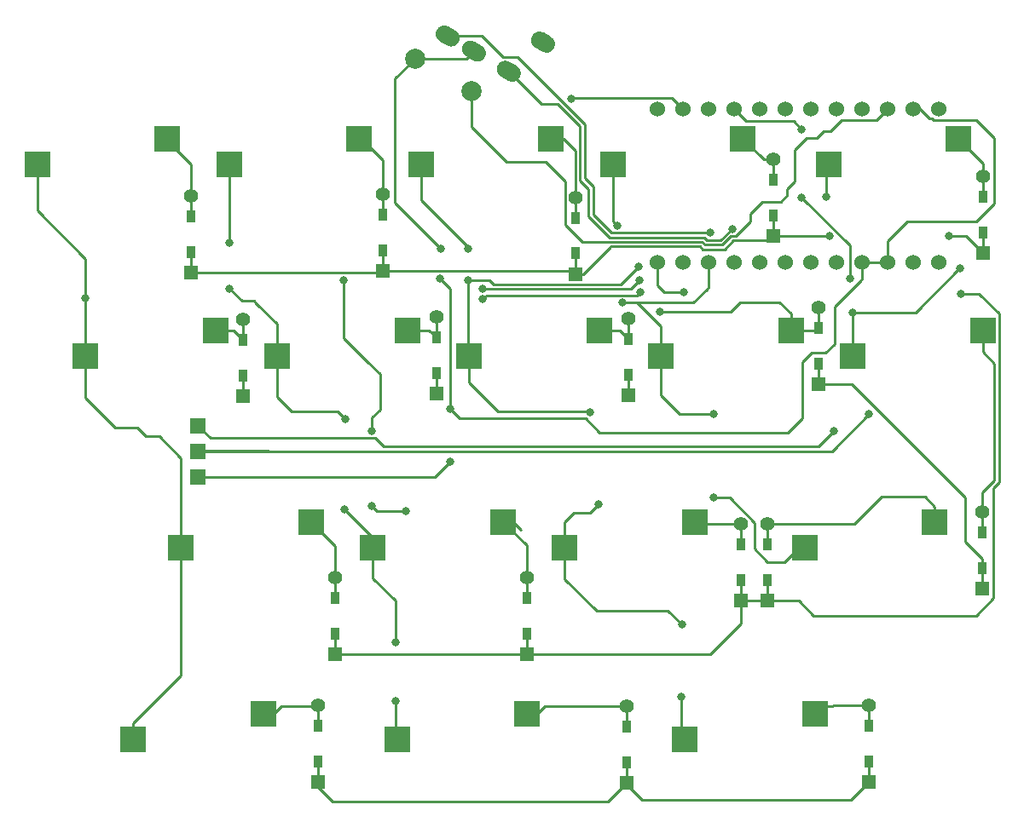
<source format=gbr>
G04 #@! TF.GenerationSoftware,KiCad,Pcbnew,(5.1.6-0-10_14)*
G04 #@! TF.CreationDate,2022-05-29T14:18:20+09:00*
G04 #@! TF.ProjectId,cool936,636f6f6c-3933-4362-9e6b-696361645f70,rev?*
G04 #@! TF.SameCoordinates,Original*
G04 #@! TF.FileFunction,Copper,L2,Bot*
G04 #@! TF.FilePolarity,Positive*
%FSLAX46Y46*%
G04 Gerber Fmt 4.6, Leading zero omitted, Abs format (unit mm)*
G04 Created by KiCad (PCBNEW (5.1.6-0-10_14)) date 2022-05-29 14:18:20*
%MOMM*%
%LPD*%
G01*
G04 APERTURE LIST*
G04 #@! TA.AperFunction,SMDPad,CuDef*
%ADD10R,2.550000X2.500000*%
G04 #@! TD*
G04 #@! TA.AperFunction,SMDPad,CuDef*
%ADD11R,1.524000X1.524000*%
G04 #@! TD*
G04 #@! TA.AperFunction,SMDPad,CuDef*
%ADD12R,0.950000X1.300000*%
G04 #@! TD*
G04 #@! TA.AperFunction,ComponentPad*
%ADD13R,1.397000X1.397000*%
G04 #@! TD*
G04 #@! TA.AperFunction,ComponentPad*
%ADD14C,1.397000*%
G04 #@! TD*
G04 #@! TA.AperFunction,ComponentPad*
%ADD15C,2.000000*%
G04 #@! TD*
G04 #@! TA.AperFunction,ComponentPad*
%ADD16C,1.524000*%
G04 #@! TD*
G04 #@! TA.AperFunction,ViaPad*
%ADD17C,0.800000*%
G04 #@! TD*
G04 #@! TA.AperFunction,Conductor*
%ADD18C,0.250000*%
G04 #@! TD*
G04 APERTURE END LIST*
D10*
X173890000Y2540000D03*
X186817000Y5080000D03*
X231040000Y2540000D03*
X243967000Y5080000D03*
D11*
X189870000Y-28520000D03*
X189870000Y-25980000D03*
X189870000Y-23440000D03*
D10*
X207227500Y-35560000D03*
X220154500Y-33020000D03*
X238183500Y-54610000D03*
X251110500Y-52070000D03*
X250090500Y-35560000D03*
X263017500Y-33020000D03*
X209609000Y-54610000D03*
X222536000Y-52070000D03*
X254852500Y-16510000D03*
X267779500Y-13970000D03*
X211990000Y2540000D03*
X224917000Y5080000D03*
X178652500Y-16510000D03*
X191579500Y-13970000D03*
D12*
X246980000Y985000D03*
X246980000Y-2565000D03*
D13*
X246980000Y-4600000D03*
D14*
X246980000Y3020000D03*
D12*
X243780000Y-35275000D03*
X243780000Y-38825000D03*
D13*
X243780000Y-40860000D03*
D14*
X243780000Y-33240000D03*
D12*
X201760000Y-53315000D03*
X201760000Y-56865000D03*
D13*
X201760000Y-58900000D03*
D14*
X201760000Y-51280000D03*
D12*
X232570000Y-14835000D03*
X232570000Y-18385000D03*
D13*
X232570000Y-20420000D03*
D14*
X232570000Y-12800000D03*
D10*
X252470999Y2540000D03*
X265397999Y5080000D03*
X216752500Y-16510000D03*
X229679500Y-13970000D03*
D12*
X189180000Y-2645000D03*
X189180000Y-6195000D03*
D13*
X189180000Y-8230000D03*
D14*
X189180000Y-610000D03*
D12*
X251440000Y-13735000D03*
X251440000Y-17285000D03*
D13*
X251440000Y-19320000D03*
D14*
X251440000Y-11700000D03*
D12*
X267750000Y-34045000D03*
X267750000Y-37595000D03*
D13*
X267750000Y-39630000D03*
D14*
X267750000Y-32010000D03*
D12*
X256480000Y-53300000D03*
X256480000Y-56850000D03*
D13*
X256480000Y-58885000D03*
D14*
X256480000Y-51265000D03*
X232390000Y-51330000D03*
D13*
X232390000Y-58950000D03*
D12*
X232390000Y-56915000D03*
X232390000Y-53365000D03*
X208240000Y-2515000D03*
X208240000Y-6065000D03*
D13*
X208240000Y-8100000D03*
D14*
X208240000Y-480000D03*
D15*
X217014583Y9775000D03*
X211385417Y13025000D03*
D16*
X263438000Y-7201400D03*
X260898000Y-7201400D03*
X258358000Y-7201400D03*
X255818000Y-7201400D03*
X253278000Y-7201400D03*
X250738000Y-7201400D03*
X248198000Y-7201400D03*
X245658000Y-7201400D03*
X243118000Y-7201400D03*
X240578000Y-7201400D03*
X238038000Y-7201400D03*
X235498000Y-7201400D03*
X235498000Y8018600D03*
X238038000Y8018600D03*
X240578000Y8018600D03*
X243118000Y8018600D03*
X245658000Y8018600D03*
X248198000Y8018600D03*
X250738000Y8018600D03*
X253278000Y8018600D03*
X255818000Y8018600D03*
X258358000Y8018600D03*
X260898000Y8018600D03*
X263438000Y8018600D03*
D10*
X192940000Y2540000D03*
X205867000Y5080000D03*
X226277500Y-35560000D03*
X239204500Y-33020000D03*
X183415000Y-54610000D03*
X196342000Y-52070000D03*
X197702500Y-16510000D03*
X210629500Y-13970000D03*
X188177500Y-35560000D03*
X201104500Y-33020000D03*
X235802500Y-16510000D03*
X248729500Y-13970000D03*
D12*
X246430000Y-35275000D03*
X246430000Y-38825000D03*
D13*
X246430000Y-40860000D03*
D14*
X246430000Y-33240000D03*
D12*
X194340000Y-14935000D03*
X194340000Y-18485000D03*
D13*
X194340000Y-20520000D03*
D14*
X194340000Y-12900000D03*
D12*
X222500000Y-40595000D03*
X222500000Y-44145000D03*
D13*
X222500000Y-46180000D03*
D14*
X222500000Y-38560000D03*
D12*
X203500000Y-40565000D03*
X203500000Y-44115000D03*
D13*
X203500000Y-46150000D03*
D14*
X203500000Y-38530000D03*
G04 #@! TA.AperFunction,ComponentPad*
G36*
G01*
X224187690Y15604775D02*
X224880510Y15204775D01*
G75*
G02*
X225191632Y14043653I-425000J-736122D01*
G01*
X225191632Y14043653D01*
G75*
G02*
X224030510Y13732531I-736122J425000D01*
G01*
X223337690Y14132531D01*
G75*
G02*
X223026568Y15293653I425000J736122D01*
G01*
X223026568Y15293653D01*
G75*
G02*
X224187690Y15604775I736122J-425000D01*
G01*
G37*
G04 #@! TD.AperFunction*
G04 #@! TA.AperFunction,ComponentPad*
G36*
G01*
X220788652Y12717469D02*
X221481472Y12317469D01*
G75*
G02*
X221792594Y11156347I-425000J-736122D01*
G01*
X221792594Y11156347D01*
G75*
G02*
X220631472Y10845225I-736122J425000D01*
G01*
X219938652Y11245225D01*
G75*
G02*
X219627530Y12406347I425000J736122D01*
G01*
X219627530Y12406347D01*
G75*
G02*
X220788652Y12717469I736122J-425000D01*
G01*
G37*
G04 #@! TD.AperFunction*
G04 #@! TA.AperFunction,ComponentPad*
G36*
G01*
X217324550Y14717469D02*
X218017370Y14317469D01*
G75*
G02*
X218328492Y13156347I-425000J-736122D01*
G01*
X218328492Y13156347D01*
G75*
G02*
X217167370Y12845225I-736122J425000D01*
G01*
X216474550Y13245225D01*
G75*
G02*
X216163428Y14406347I425000J736122D01*
G01*
X216163428Y14406347D01*
G75*
G02*
X217324550Y14717469I736122J-425000D01*
G01*
G37*
G04 #@! TD.AperFunction*
G04 #@! TA.AperFunction,ComponentPad*
G36*
G01*
X214726474Y16217469D02*
X215419294Y15817469D01*
G75*
G02*
X215730416Y14656347I-425000J-736122D01*
G01*
X215730416Y14656347D01*
G75*
G02*
X214569294Y14345225I-736122J425000D01*
G01*
X213876474Y14745225D01*
G75*
G02*
X213565352Y15906347I425000J736122D01*
G01*
X213565352Y15906347D01*
G75*
G02*
X214726474Y16217469I736122J-425000D01*
G01*
G37*
G04 #@! TD.AperFunction*
D12*
X213520000Y-14705000D03*
X213520000Y-18255000D03*
D13*
X213520000Y-20290000D03*
D14*
X213520000Y-12670000D03*
D12*
X227340000Y-2775000D03*
X227340000Y-6325000D03*
D13*
X227340000Y-8360000D03*
D14*
X227340000Y-740000D03*
D12*
X267830000Y-705000D03*
X267830000Y-4255000D03*
D13*
X267830000Y-6290000D03*
D14*
X267830000Y1330000D03*
D17*
X235760000Y-12140000D03*
X252550000Y-4600000D03*
X264420000Y-4600000D03*
X254570000Y-8840000D03*
X265610000Y-10320000D03*
X249791501Y-768499D03*
X249780000Y6020000D03*
X207080000Y-31419999D03*
X204310000Y-8955000D03*
X210460000Y-31950000D03*
X226890000Y9060000D03*
X207080000Y-23960000D03*
X214900000Y-27000000D03*
X214860000Y-21770000D03*
X213860000Y-8840000D03*
X213940000Y-5850000D03*
X242880000Y-3880000D03*
X252990000Y-24010000D03*
X240710000Y-4280000D03*
X256470000Y-22320000D03*
X178652500Y-10747500D03*
X218140000Y-10880000D03*
X233740000Y-10220000D03*
X192970000Y-9810000D03*
X233700000Y-8970000D03*
X204440000Y-22820000D03*
X209450000Y-50860000D03*
X209460000Y-44950000D03*
X204410000Y-31760000D03*
X218120000Y-9800000D03*
X192970000Y-5260000D03*
X237880000Y-50360000D03*
X228770000Y-22100000D03*
X216650000Y-8960000D03*
X237890000Y-43210000D03*
X216650000Y-5880000D03*
X233630000Y-7600000D03*
X229640000Y-31240000D03*
X241060000Y-22310000D03*
X241060000Y-30590000D03*
X231450000Y-3560000D03*
X231980000Y-11210000D03*
X252230000Y-710000D03*
X238060000Y-10150000D03*
X254830000Y-12190000D03*
X265530000Y-7840000D03*
D18*
X186817000Y4883000D02*
X186817000Y5080000D01*
X189180000Y-2645000D02*
X189180000Y-610000D01*
X189180000Y2520000D02*
X186817000Y4883000D01*
X189180000Y-610000D02*
X189180000Y2520000D01*
X206120000Y5080000D02*
X205867000Y5080000D01*
X208240000Y2960000D02*
X206120000Y5080000D01*
X208240000Y-2515000D02*
X208240000Y-480000D01*
X208240000Y-480000D02*
X208240000Y2960000D01*
X227340000Y3880000D02*
X227340000Y-740000D01*
X227340000Y-740000D02*
X227340000Y-2775000D01*
X226140000Y5080000D02*
X227340000Y3880000D01*
X224917000Y5080000D02*
X226140000Y5080000D01*
X246980000Y3020000D02*
X246027000Y3020000D01*
X245907000Y3140000D02*
X245773500Y3273500D01*
X246027000Y3020000D02*
X245773500Y3273500D01*
X246980000Y3020000D02*
X246980000Y985000D01*
X245773500Y3273500D02*
X243967000Y5080000D01*
X194340000Y-12900000D02*
X194340000Y-14935000D01*
X193375000Y-13970000D02*
X194340000Y-14935000D01*
X191579500Y-13970000D02*
X193375000Y-13970000D01*
X213520000Y-14705000D02*
X213520000Y-12670000D01*
X210629500Y-13970000D02*
X212785000Y-13970000D01*
X212785000Y-13970000D02*
X213520000Y-14705000D01*
X229679500Y-13970000D02*
X231705000Y-13970000D01*
X231705000Y-13970000D02*
X232570000Y-14835000D01*
X232570000Y-14835000D02*
X232570000Y-12800000D01*
X251205000Y-13970000D02*
X251440000Y-13735000D01*
X248729500Y-13970000D02*
X251205000Y-13970000D01*
X251440000Y-13735000D02*
X251440000Y-11700000D01*
X248729500Y-12289500D02*
X248729500Y-13970000D01*
X242740000Y-12140000D02*
X243720000Y-11160000D01*
X235760000Y-12140000D02*
X242740000Y-12140000D01*
X247600000Y-11160000D02*
X248729500Y-12289500D01*
X243720000Y-11160000D02*
X247600000Y-11160000D01*
X267779500Y-13970000D02*
X268310000Y-14500500D01*
X267779500Y-13970000D02*
X267779500Y-16100009D01*
X268929491Y-28904099D02*
X267750000Y-30083590D01*
X267750000Y-34045000D02*
X267750000Y-32010000D01*
X268929491Y-17250000D02*
X268929491Y-28904099D01*
X267750000Y-30083590D02*
X267750000Y-32010000D01*
X267779500Y-16100009D02*
X268929491Y-17250000D01*
X203500000Y-38530000D02*
X203500000Y-40565000D01*
X203500000Y-35415500D02*
X201104500Y-33020000D01*
X203500000Y-38530000D02*
X203500000Y-35415500D01*
X222500000Y-38560000D02*
X222500000Y-35365500D01*
X221170500Y-33020000D02*
X221932500Y-33782000D01*
X222500000Y-35365500D02*
X220154500Y-33020000D01*
X222500000Y-40595000D02*
X222500000Y-38560000D01*
X220154500Y-33020000D02*
X221170500Y-33020000D01*
X243780000Y-33240000D02*
X239424500Y-33240000D01*
X239424500Y-33240000D02*
X239204500Y-33020000D01*
X243780000Y-33240000D02*
X243780000Y-35275000D01*
X239204500Y-33020000D02*
X240220500Y-33020000D01*
X197358000Y-52070000D02*
X198120000Y-51308000D01*
X196342000Y-52070000D02*
X197358000Y-52070000D01*
X201732000Y-51308000D02*
X201760000Y-51280000D01*
X198120000Y-51308000D02*
X201732000Y-51308000D01*
X201760000Y-51280000D02*
X201760000Y-53315000D01*
X267830000Y1330000D02*
X267830000Y2647999D01*
X267830000Y2647999D02*
X265397999Y5080000D01*
X267830000Y-705000D02*
X267830000Y1330000D01*
X252931500Y-51265000D02*
X252888500Y-51308000D01*
X256480000Y-51265000D02*
X252931500Y-51265000D01*
X251872500Y-51308000D02*
X251110500Y-52070000D01*
X256480000Y-51265000D02*
X256480000Y-53300000D01*
X252888500Y-51308000D02*
X251872500Y-51308000D01*
X246430000Y-33240000D02*
X255010000Y-33240000D01*
X257720000Y-30530000D02*
X258670000Y-30530000D01*
X258670000Y-30530000D02*
X262040000Y-30530000D01*
X257910000Y-30530000D02*
X258670000Y-30530000D01*
X255010000Y-33240000D02*
X257720000Y-30530000D01*
X246430000Y-35275000D02*
X246430000Y-33240000D01*
X262040000Y-30530000D02*
X263017500Y-31507500D01*
X246430000Y-33240000D02*
X246435001Y-33234999D01*
X263017500Y-31507500D02*
X263017500Y-33020000D01*
X232390000Y-51330000D02*
X224336000Y-51330000D01*
X222536000Y-52070000D02*
X223552000Y-52070000D01*
X224336000Y-51330000D02*
X224314000Y-51308000D01*
X232390000Y-51330000D02*
X232390000Y-53365000D01*
X223552000Y-52070000D02*
X224314000Y-51308000D01*
X239719209Y-5635031D02*
X239989200Y-5905020D01*
X189180000Y-8230000D02*
X189180000Y-6195000D01*
X246980000Y-2565000D02*
X246980000Y-4600000D01*
X246980000Y-4600000D02*
X252550000Y-4600000D01*
X230820000Y-5635031D02*
X239719209Y-5635031D01*
X264420000Y-4600000D02*
X266140000Y-4600000D01*
X267830000Y-4255000D02*
X267830000Y-6290000D01*
X239989200Y-5905020D02*
X242127801Y-5905019D01*
X246980000Y-4600000D02*
X249070000Y-4600000D01*
X208240000Y-8100000D02*
X227080000Y-8100000D01*
X242127801Y-5905019D02*
X242977809Y-5055011D01*
X227340000Y-6325000D02*
X227340000Y-8360000D01*
X208110000Y-8230000D02*
X208240000Y-8100000D01*
X267810000Y-6290000D02*
X267830000Y-6290000D01*
X227080000Y-8100000D02*
X227340000Y-8360000D01*
X266140000Y-4600000D02*
X267830000Y-6290000D01*
X246524989Y-5055011D02*
X246980000Y-4600000D01*
X227340000Y-8360000D02*
X228110000Y-8360000D01*
X242977809Y-5055011D02*
X246524989Y-5055011D01*
X228110000Y-8360000D02*
X230820000Y-5650000D01*
X230820000Y-5650000D02*
X230820000Y-5635031D01*
X189180000Y-8230000D02*
X208110000Y-8230000D01*
X208240000Y-6065000D02*
X208240000Y-8100000D01*
X267750000Y-37595000D02*
X267750000Y-39630000D01*
X213520000Y-18255000D02*
X213520000Y-20290000D01*
X254736410Y-19320000D02*
X251440000Y-19320000D01*
X266039989Y-30623579D02*
X254736410Y-19320000D01*
X267750000Y-36695000D02*
X266039990Y-34984990D01*
X267750000Y-37595000D02*
X267750000Y-36695000D01*
X266039990Y-34984990D02*
X266039989Y-30623579D01*
X194340000Y-18485000D02*
X194340000Y-20520000D01*
X251440000Y-17285000D02*
X251440000Y-19320000D01*
X232570000Y-18385000D02*
X232570000Y-20420000D01*
X267120000Y-42320000D02*
X261370000Y-42320000D01*
X269379501Y-12279501D02*
X269379501Y-29090499D01*
X268830000Y-29640000D02*
X268830000Y-40610000D01*
X269379501Y-29090499D02*
X268830000Y-29640000D01*
X250950000Y-42320000D02*
X261370000Y-42320000D01*
X268830000Y-40610000D02*
X267120000Y-42320000D01*
X265610000Y-10320000D02*
X267420000Y-10320000D01*
X261370000Y-42320000D02*
X262479990Y-42320000D01*
X267420000Y-10320000D02*
X269379501Y-12279501D01*
X243780000Y-43120000D02*
X243780000Y-40860000D01*
X222470000Y-46150000D02*
X222500000Y-46180000D01*
X244316600Y6820000D02*
X248980000Y6820000D01*
X222500000Y-46180000D02*
X240720000Y-46180000D01*
X246430000Y-40860000D02*
X243780000Y-40860000D01*
X254570000Y-5546998D02*
X249791501Y-768499D01*
X203500000Y-44115000D02*
X203500000Y-46150000D01*
X243780000Y-40860000D02*
X243780000Y-38825000D01*
X203500000Y-46150000D02*
X222470000Y-46150000D01*
X222500000Y-44145000D02*
X222500000Y-46180000D01*
X240720000Y-46180000D02*
X243780000Y-43120000D01*
X248980000Y6820000D02*
X249780000Y6020000D01*
X246430000Y-38825000D02*
X246430000Y-40860000D01*
X243118000Y8018600D02*
X244316600Y6820000D01*
X254570000Y-8840000D02*
X254570000Y-5546998D01*
X246430000Y-40860000D02*
X249490000Y-40860000D01*
X249490000Y-40860000D02*
X250950000Y-42320000D01*
X206640000Y-17030000D02*
X207920000Y-18310000D01*
X204310000Y-14720000D02*
X206620000Y-17030000D01*
X207920000Y-21852802D02*
X207106401Y-22666401D01*
X207106401Y-22666401D02*
X207106401Y-23933599D01*
X207920000Y-18310000D02*
X207920000Y-21852802D01*
X206620000Y-17030000D02*
X206640000Y-17030000D01*
X210460000Y-31950000D02*
X207610001Y-31950000D01*
X207106401Y-23933599D02*
X207080000Y-23960000D01*
X226935601Y9105601D02*
X226890000Y9060000D01*
X232390000Y-58950000D02*
X232390000Y-59080000D01*
X232390000Y-59080000D02*
X233970000Y-60660000D01*
X203170000Y-60770000D02*
X230570000Y-60770000D01*
X232390000Y-56915000D02*
X232390000Y-58950000D01*
X238038000Y8018600D02*
X236950999Y9105601D01*
X230570000Y-60770000D02*
X232390000Y-58950000D01*
X256480000Y-56850000D02*
X256480000Y-58885000D01*
X201760000Y-58900000D02*
X201760000Y-59360000D01*
X201760000Y-59360000D02*
X203170000Y-60770000D01*
X254705000Y-60660000D02*
X256480000Y-58885000D01*
X233970000Y-60660000D02*
X254705000Y-60660000D01*
X204310000Y-8955000D02*
X204310000Y-14720000D01*
X201760000Y-56865000D02*
X201760000Y-58900000D01*
X236950999Y9105601D02*
X226935601Y9105601D01*
X207610001Y-31950000D02*
X207080000Y-31419999D01*
X228336998Y-22740000D02*
X221310000Y-22740000D01*
X213380000Y-28520000D02*
X214900000Y-27000000D01*
X189870000Y-28520000D02*
X213380000Y-28520000D01*
X249830000Y-20120000D02*
X249830000Y-22720000D01*
X249830000Y-17140000D02*
X249830000Y-20120000D01*
X249830000Y-20120000D02*
X249830000Y-20690000D01*
X248430000Y-24120000D02*
X246550000Y-24120000D01*
X249830000Y-22720000D02*
X248430000Y-24120000D01*
X246550000Y-24120000D02*
X229716998Y-24120000D01*
X247200000Y-24120000D02*
X246550000Y-24120000D01*
X255681795Y-8971795D02*
X255581795Y-9071795D01*
X255818000Y-8835590D02*
X255681795Y-8971795D01*
X215830000Y-22740000D02*
X214860000Y-21770000D01*
X214860000Y-21770000D02*
X214860000Y-9840000D01*
X229716998Y-24120000D02*
X228336998Y-22740000D01*
X214860000Y-9840000D02*
X213860000Y-8840000D01*
X221310000Y-22740000D02*
X215830000Y-22740000D01*
X252190000Y-16180000D02*
X253050000Y-15320000D01*
X250790000Y-16180000D02*
X252190000Y-16180000D01*
X249830000Y-17140000D02*
X250790000Y-16180000D01*
X253050000Y-15320000D02*
X253050000Y-11620000D01*
X253050000Y-11620000D02*
X255681795Y-8988205D01*
X255681795Y-8988205D02*
X255681795Y-8971795D01*
X262727838Y7120000D02*
X262916239Y6931599D01*
X262480000Y7120000D02*
X261581400Y8018600D01*
X262480000Y7120000D02*
X262727838Y7120000D01*
X264108401Y6931599D02*
X264110000Y6930000D01*
X262916239Y6931599D02*
X264108401Y6931599D01*
X267140000Y6930000D02*
X264110000Y6930000D01*
X264110000Y6930000D02*
X263890000Y6930000D01*
X260280000Y-3160000D02*
X267160000Y-3160000D01*
X267160000Y-3160000D02*
X268920000Y-1400000D01*
X258730000Y-4710000D02*
X260280000Y-3160000D01*
X268920000Y-1400000D02*
X268920000Y5150000D01*
X261581400Y8018600D02*
X260898000Y8018600D01*
X209414999Y11054582D02*
X209414999Y-1324999D01*
X213860000Y-8840000D02*
X213903501Y-8883501D01*
X211385417Y13025000D02*
X209414999Y11054582D01*
X258358000Y-5082000D02*
X258730000Y-4710000D01*
X258730000Y-4710000D02*
X258398000Y-5042000D01*
X258358000Y-7201400D02*
X258358000Y-5082000D01*
X255818000Y-7201400D02*
X258358000Y-7201400D01*
X255818000Y-7201400D02*
X255818000Y-8835590D01*
X211385417Y13025000D02*
X216489613Y13025000D01*
X216489613Y13025000D02*
X217245960Y13781347D01*
X263890000Y6930000D02*
X263888401Y6931599D01*
X209414999Y-1324999D02*
X213940000Y-5850000D01*
X268920000Y5150000D02*
X267140000Y6930000D01*
X230715011Y-4735011D02*
X240092009Y-4735011D01*
X228639991Y-2659991D02*
X230715011Y-4735011D01*
X225572002Y8510000D02*
X227790010Y6291992D01*
X220710062Y11781347D02*
X223981409Y8510000D01*
X223981409Y8510000D02*
X225572002Y8510000D01*
X240092009Y-4735011D02*
X240361999Y-5005001D01*
X240361999Y-5005001D02*
X241754999Y-5005001D01*
X227790011Y943619D02*
X228639990Y93640D01*
X208269990Y-25529990D02*
X251470010Y-25529990D01*
X251470010Y-25529990D02*
X252990000Y-24010000D01*
X207428001Y-24685001D02*
X207428001Y-24688001D01*
X207428001Y-24688001D02*
X208269990Y-25529990D01*
X191115001Y-24685001D02*
X189870000Y-23440000D01*
X207428001Y-24685001D02*
X191115001Y-24685001D01*
X228639990Y93640D02*
X228639991Y-2659991D01*
X241754999Y-5005001D02*
X242880000Y-3880000D01*
X227790010Y6291992D02*
X227790011Y943619D01*
X228240020Y6478392D02*
X228240020Y1130020D01*
X230901411Y-4285001D02*
X240704999Y-4285001D01*
X229090000Y280040D02*
X229090000Y-2473590D01*
X214647884Y15281347D02*
X218050867Y15281347D01*
X220175857Y13156357D02*
X221562055Y13156357D01*
X221562055Y13156357D02*
X228240020Y6478392D01*
X218050867Y15281347D02*
X220175857Y13156357D01*
X229090000Y-2473590D02*
X230901411Y-4285001D01*
X240704999Y-4285001D02*
X240710000Y-4280000D01*
X228240020Y1130020D02*
X229090000Y280040D01*
X196823590Y-25960000D02*
X190180000Y-25960000D01*
X252810000Y-25980000D02*
X256470000Y-22320000D01*
X189870000Y-25980000D02*
X252810000Y-25980000D01*
X183805699Y-23630000D02*
X184675699Y-24500000D01*
X183415000Y-54610000D02*
X182372000Y-54610000D01*
X178652500Y-20662500D02*
X181620000Y-23630000D01*
X178652500Y-16510000D02*
X178652500Y-20662500D01*
X218535001Y-10484999D02*
X218140000Y-10880000D01*
X188177500Y-26667500D02*
X188177500Y-35560000D01*
X183415000Y-53035000D02*
X183415000Y-54610000D01*
X173890000Y2540000D02*
X173890000Y-2080000D01*
X173890000Y-2080000D02*
X178652500Y-6842500D01*
X178652500Y-6842500D02*
X178652500Y-10747500D01*
X188177500Y-48272500D02*
X183415000Y-53035000D01*
X186010000Y-24500000D02*
X188177500Y-26667500D01*
X178652500Y-10747500D02*
X178652500Y-16510000D01*
X188177500Y-35560000D02*
X188177500Y-48272500D01*
X184675699Y-24500000D02*
X186010000Y-24500000D01*
X233740000Y-10220000D02*
X233475001Y-10484999D01*
X181620000Y-23630000D02*
X183805699Y-23630000D01*
X233475001Y-10484999D02*
X218535001Y-10484999D01*
X209450000Y-41840000D02*
X209450000Y-42140000D01*
X232836489Y-9833511D02*
X218153511Y-9833511D01*
X192940000Y-5230000D02*
X192970000Y-5260000D01*
X192970000Y-9810000D02*
X194200000Y-11040000D01*
X197702500Y-13352500D02*
X197702500Y-16510000D01*
X218153511Y-9833511D02*
X218120000Y-9800000D01*
X195510000Y-11160000D02*
X195690000Y-11340000D01*
X194200000Y-11040000D02*
X195390000Y-11040000D01*
X199160000Y-22060000D02*
X203680000Y-22060000D01*
X197702500Y-20602500D02*
X199160000Y-22060000D01*
X209450000Y-54451000D02*
X209609000Y-54610000D01*
X209450000Y-50860000D02*
X209450000Y-54451000D01*
X209460000Y-41850000D02*
X209450000Y-41840000D01*
X209460000Y-44950000D02*
X209460000Y-41850000D01*
X233700000Y-8970000D02*
X232836489Y-9833511D01*
X207227500Y-35560000D02*
X207227500Y-38627500D01*
X203680000Y-22060000D02*
X204440000Y-22820000D01*
X195390000Y-11040000D02*
X195690000Y-11340000D01*
X195690000Y-11340000D02*
X197702500Y-13352500D01*
X209450000Y-40850000D02*
X209450000Y-41840000D01*
X204410000Y-31760000D02*
X207227500Y-34577500D01*
X197702500Y-16510000D02*
X197702500Y-20602500D01*
X207227500Y-34577500D02*
X207227500Y-35560000D01*
X207227500Y-38627500D02*
X209450000Y-40850000D01*
X192940000Y2540000D02*
X192940000Y-5230000D01*
X231846499Y-9383501D02*
X219196499Y-9383501D01*
X226277500Y-33002500D02*
X226277500Y-35560000D01*
X216650000Y-5710000D02*
X216650000Y-5880000D01*
X216640000Y-8970000D02*
X216650000Y-8960000D01*
X237880000Y-50360000D02*
X237880000Y-54306500D01*
X228690000Y-22020000D02*
X228770000Y-22100000D01*
X233630000Y-7600000D02*
X231846499Y-9383501D01*
X237880000Y-54306500D02*
X238183500Y-54610000D01*
X216752500Y-19132500D02*
X219640000Y-22020000D01*
X226277500Y-38687500D02*
X229430000Y-41840000D01*
X211990000Y2540000D02*
X211990000Y-1050000D01*
X216640000Y-16397500D02*
X216640000Y-8970000D01*
X227200000Y-32080000D02*
X226277500Y-33002500D01*
X219196499Y-9383501D02*
X218772998Y-8960000D01*
X229640000Y-31240000D02*
X228800000Y-32080000D01*
X216752500Y-16510000D02*
X216752500Y-19132500D01*
X228800000Y-32080000D02*
X227200000Y-32080000D01*
X229430000Y-41840000D02*
X236520000Y-41840000D01*
X211990000Y-1050000D02*
X216650000Y-5710000D01*
X216752500Y-16510000D02*
X216640000Y-16397500D01*
X218772998Y-8960000D02*
X216650000Y-8960000D01*
X226277500Y-35560000D02*
X226277500Y-38687500D01*
X236520000Y-41840000D02*
X237890000Y-43210000D01*
X219640000Y-22020000D02*
X228690000Y-22020000D01*
X240130000Y-22310000D02*
X239291498Y-22310000D01*
X237660000Y-22310000D02*
X240130000Y-22310000D01*
X241060000Y-22310000D02*
X240130000Y-22310000D01*
X235802500Y-16510000D02*
X235802500Y-18382500D01*
X235802500Y-18382500D02*
X235802500Y-18821002D01*
X235802500Y-20452500D02*
X237660000Y-22310000D01*
X235802500Y-18382500D02*
X235802500Y-20452500D01*
X250090500Y-35560000D02*
X249520000Y-35560000D01*
X242644782Y-30590000D02*
X241060000Y-30590000D01*
X245150000Y-33095218D02*
X242644782Y-30590000D01*
X245150000Y-35705002D02*
X245150000Y-33095218D01*
X249520000Y-35560000D02*
X248100000Y-36980000D01*
X248100000Y-36980000D02*
X246424998Y-36980000D01*
X246424998Y-36980000D02*
X245150000Y-35705002D01*
X233110000Y-11210000D02*
X233470000Y-11210000D01*
X240578000Y-7201400D02*
X240578000Y-9662000D01*
X231040000Y2540000D02*
X231040000Y-3150000D01*
X239030000Y-11210000D02*
X233110000Y-11210000D01*
X240578000Y-9662000D02*
X240350000Y-9890000D01*
X231980000Y-11210000D02*
X233110000Y-11210000D01*
X235802500Y-13542500D02*
X235802500Y-16510000D01*
X233470000Y-11210000D02*
X235802500Y-13542500D01*
X231040000Y-3150000D02*
X231450000Y-3560000D01*
X240350000Y-9890000D02*
X239030000Y-11210000D01*
X252230000Y-710000D02*
X252230000Y2299001D01*
X236180000Y-10150000D02*
X238060000Y-10150000D01*
X235498000Y-9468000D02*
X236180000Y-10150000D01*
X261120000Y-12190000D02*
X265470000Y-7840000D01*
X254830000Y-12190000D02*
X261120000Y-12190000D01*
X265470000Y-7840000D02*
X265530000Y-7840000D01*
X235498000Y-7201400D02*
X235498000Y-9468000D01*
X254852500Y-12212500D02*
X254830000Y-12190000D01*
X254852500Y-16510000D02*
X254852500Y-12212500D01*
X252230000Y2299001D02*
X252470999Y2540000D01*
X238078000Y-10132000D02*
X238060000Y-10150000D01*
X251960000Y5820000D02*
X251280000Y5140000D01*
X251280000Y5140000D02*
X250290000Y5140000D01*
X248380000Y40000D02*
X248380000Y-560000D01*
X248380000Y-560000D02*
X247770000Y-1170000D01*
X253731599Y6931599D02*
X252620000Y5820000D01*
X252620000Y5820000D02*
X251960000Y5820000D01*
X249140000Y3990000D02*
X249140000Y800000D01*
X258358000Y8018600D02*
X257270999Y6931599D01*
X257270999Y6931599D02*
X253731599Y6931599D01*
X244660000Y-2410000D02*
X244660000Y-2930000D01*
X242791409Y-4605001D02*
X243228001Y-4605001D01*
X226316499Y856992D02*
X226316499Y-3461501D01*
X239905609Y-5185021D02*
X240175599Y-5455011D01*
X226316499Y-3461501D02*
X228040019Y-5185021D01*
X243228001Y-4605001D02*
X244660000Y-3173002D01*
X240175599Y-5455011D02*
X241941400Y-5455010D01*
X217014583Y6239415D02*
X220498999Y2754999D01*
X228040019Y-5185021D02*
X239905609Y-5185021D01*
X241941400Y-5455010D02*
X242791409Y-4605001D01*
X217014583Y9775000D02*
X217014583Y6239415D01*
X224418492Y2754999D02*
X226316499Y856992D01*
X220498999Y2754999D02*
X224418492Y2754999D01*
X244660000Y-3173002D02*
X244660000Y-2930000D01*
X244660000Y-2930000D02*
X244660000Y-2400000D01*
X245900000Y-1170000D02*
X244660000Y-2410000D01*
X249140000Y800000D02*
X248380000Y40000D01*
X247770000Y-1170000D02*
X245900000Y-1170000D01*
X250290000Y5140000D02*
X249140000Y3990000D01*
M02*

</source>
